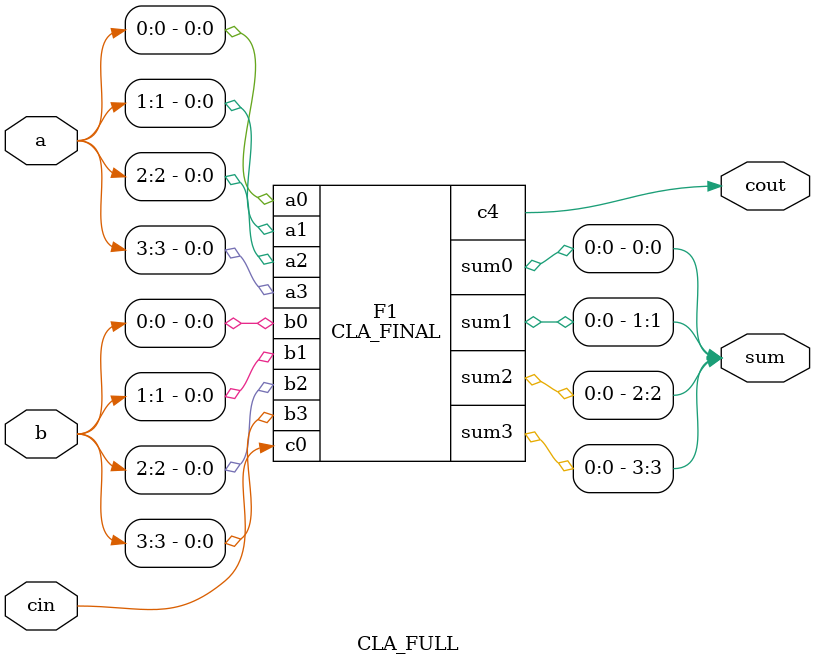
<source format=v>
module add(sum,carry_overflow,A,B,cin);
	input signed [63:0] A,B;
	input cin;
	output signed [63:0] sum;
	output signed carry_overflow;
	wire [18:0] carry;
	wire [2:0] t1,t2,t3;
	genvar i;
	CLA_FULL c1(sum[3:0],carry[0],A[3:0],B[3:0],cin);
	generate for(i=0;i<14;i=i+1)
		CLA_FULL c2(sum[7+4*i:4+4*i],carry[1+i],A[7+4*i:4+4*i],B[7+4*i:4+4*i],carry[0+i]);
	endgenerate
	CLA_FULL c16(sum[63:60],carry[18],A[63:60],B[63:60],carry[14]);
	generate for(i=0;i<3;i=i+1)
	begin
    		and gate2(t1[i],A[i+60],B[i+60]);
    		and gate3(t2[i],B[i+60],carry[i+14]);
    		and gate4(t3[i],A[i+60],carry[i+14]);
    		or gate5(carry[i+1+14],t1[i],t2[i],t3[i]);
	end
	endgenerate
       	xor(carry_overflow,carry[17],carry[18]);
endmodule 

module PG(p, g, a, b);
	input a, b;
	output p, g;
	and G1 (g, a, b);
	xor G2 (p, a, b);
endmodule

module CLA(g0, p0, g1, p1, g2, p2, g3, p3, c0, c1, c2, c3, c4);
	input g0, p0, g1, p1, g2, p2, g3, p3, c0;
	output c1, c2, c3, c4;
	wire t1, t2, t3, t4, t5, t6, t7, t8, t9, t10;
	and G1(t1, p0, c0);
	or G2(c1, t1, g0);
	
	and G3(t2, c0, p0, p1);
	and G4(t3, g0, p1);
	or G5(c2, g1, t2, t3);

	and G6(t4, c0, p0, p1, p2);
	and G7(t5, g0, p1, p2);
	and G8(t6, g1, p2);
	or G9(c3, g2, t4, t5, t6);
	
	and G10(t7, c0, p0, p1, p2, p3);
	and G11(t8, g0, p1, p2, p3);
	and G12(t9, g1, p2, p3);
	and G13(t10, g2, p3);
	or G14(c4, g3, t7, t8, t9, t10);
endmodule

module SUM(p0, c0, p1, c1, p2, c2, p3, c3, sum0, sum1, sum2, sum3);
	input p0, c0, p1, c1, p2, c2, p3, c3;
	output sum0, sum1, sum2, sum3;
	xor G1(sum0, p0, c0);
	xor G2(sum1, p1, c1);
	xor G3(sum2, p2, c2);
	xor G4(sum3, p3, c3);
endmodule

module CLA_FINAL(a3, b3, a2, b2, a1, b1, a0, b0, c0, c4, sum3, sum2, sum1, sum0);
	input a3, b3, a2, b2, a1, b1, a0, b0, c0;
	output c4, sum3, sum2, sum1, sum0;
	wire g0, p0, g1, p1, g2, p2, g3, p3, c1, c2, c3;
	PG B1(p0, g0, a0, b0);
	PG B2(p1, g1, a1, b1);
	PG B3(p2, g2, a2, b2);
	PG B4(p3, g3, a3, b3);
	CLA B5(g0, p0, g1, p1, g2, p2, g3, p3, c0, c1, c2, c3, c4);
	SUM B6(p0, c0, p1, c1, p2, c2, p3, c3, sum0, sum1, sum2, sum3);
endmodule

module CLA_FULL(sum,cout,a,b,cin);
	input [3:0] a,b;
	input cin;
	output [3:0] sum;
	output cout;
	CLA_FINAL F1(a[3], b[3], a[2], b[2], a[1], b[1], a[0], b[0], cin, cout, sum[3], sum[2], sum[1], sum[0]);
endmodule
</source>
